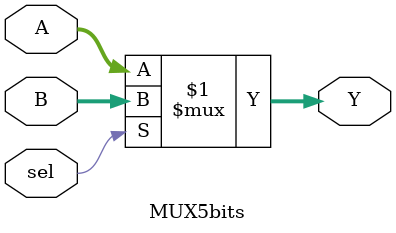
<source format=sv>

module MUX5bits(
  input wire [4:0] A,
  input wire [4:0] B,
  input wire       sel,
  output wire [4:0] Y
);

  assign Y = (sel) ? B : A;

endmodule



</source>
